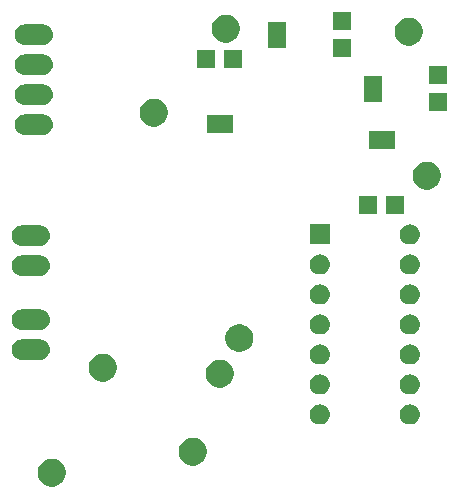
<source format=gbr>
G04 #@! TF.GenerationSoftware,KiCad,Pcbnew,(5.1.2)-2*
G04 #@! TF.CreationDate,2021-11-10T11:30:02-03:00*
G04 #@! TF.ProjectId,PC_V1.2,50435f56-312e-4322-9e6b-696361645f70,rev?*
G04 #@! TF.SameCoordinates,Original*
G04 #@! TF.FileFunction,Soldermask,Bot*
G04 #@! TF.FilePolarity,Negative*
%FSLAX46Y46*%
G04 Gerber Fmt 4.6, Leading zero omitted, Abs format (unit mm)*
G04 Created by KiCad (PCBNEW (5.1.2)-2) date 2021-11-10 11:30:02*
%MOMM*%
%LPD*%
G04 APERTURE LIST*
%ADD10C,0.100000*%
G04 APERTURE END LIST*
D10*
G36*
X133361613Y-124276888D02*
G01*
X133576562Y-124365923D01*
X133770005Y-124495177D01*
X133934523Y-124659695D01*
X134063777Y-124853138D01*
X134152812Y-125068087D01*
X134198200Y-125296270D01*
X134198200Y-125528930D01*
X134152812Y-125757113D01*
X134063777Y-125972062D01*
X133934523Y-126165505D01*
X133770005Y-126330023D01*
X133576562Y-126459277D01*
X133361613Y-126548312D01*
X133133430Y-126593700D01*
X132900770Y-126593700D01*
X132672587Y-126548312D01*
X132457638Y-126459277D01*
X132264195Y-126330023D01*
X132099677Y-126165505D01*
X131970423Y-125972062D01*
X131881388Y-125757113D01*
X131836000Y-125528930D01*
X131836000Y-125296270D01*
X131881388Y-125068087D01*
X131970423Y-124853138D01*
X132099677Y-124659695D01*
X132264195Y-124495177D01*
X132457638Y-124365923D01*
X132672587Y-124276888D01*
X132900770Y-124231500D01*
X133133430Y-124231500D01*
X133361613Y-124276888D01*
X133361613Y-124276888D01*
G37*
G36*
X145299613Y-122498888D02*
G01*
X145514562Y-122587923D01*
X145708005Y-122717177D01*
X145872523Y-122881695D01*
X146001777Y-123075138D01*
X146090812Y-123290087D01*
X146136200Y-123518270D01*
X146136200Y-123750930D01*
X146090812Y-123979113D01*
X146001777Y-124194062D01*
X145872523Y-124387505D01*
X145708005Y-124552023D01*
X145514562Y-124681277D01*
X145299613Y-124770312D01*
X145071430Y-124815700D01*
X144838770Y-124815700D01*
X144610587Y-124770312D01*
X144395638Y-124681277D01*
X144202195Y-124552023D01*
X144037677Y-124387505D01*
X143908423Y-124194062D01*
X143819388Y-123979113D01*
X143774000Y-123750930D01*
X143774000Y-123518270D01*
X143819388Y-123290087D01*
X143908423Y-123075138D01*
X144037677Y-122881695D01*
X144202195Y-122717177D01*
X144395638Y-122587923D01*
X144610587Y-122498888D01*
X144838770Y-122453500D01*
X145071430Y-122453500D01*
X145299613Y-122498888D01*
X145299613Y-122498888D01*
G37*
G36*
X155866823Y-119651313D02*
G01*
X156027242Y-119699976D01*
X156159906Y-119770886D01*
X156175078Y-119778996D01*
X156304659Y-119885341D01*
X156411004Y-120014922D01*
X156411005Y-120014924D01*
X156490024Y-120162758D01*
X156538687Y-120323177D01*
X156555117Y-120490000D01*
X156538687Y-120656823D01*
X156490024Y-120817242D01*
X156419114Y-120949906D01*
X156411004Y-120965078D01*
X156304659Y-121094659D01*
X156175078Y-121201004D01*
X156175076Y-121201005D01*
X156027242Y-121280024D01*
X155866823Y-121328687D01*
X155741804Y-121341000D01*
X155658196Y-121341000D01*
X155533177Y-121328687D01*
X155372758Y-121280024D01*
X155224924Y-121201005D01*
X155224922Y-121201004D01*
X155095341Y-121094659D01*
X154988996Y-120965078D01*
X154980886Y-120949906D01*
X154909976Y-120817242D01*
X154861313Y-120656823D01*
X154844883Y-120490000D01*
X154861313Y-120323177D01*
X154909976Y-120162758D01*
X154988995Y-120014924D01*
X154988996Y-120014922D01*
X155095341Y-119885341D01*
X155224922Y-119778996D01*
X155240094Y-119770886D01*
X155372758Y-119699976D01*
X155533177Y-119651313D01*
X155658196Y-119639000D01*
X155741804Y-119639000D01*
X155866823Y-119651313D01*
X155866823Y-119651313D01*
G37*
G36*
X163486823Y-119651313D02*
G01*
X163647242Y-119699976D01*
X163779906Y-119770886D01*
X163795078Y-119778996D01*
X163924659Y-119885341D01*
X164031004Y-120014922D01*
X164031005Y-120014924D01*
X164110024Y-120162758D01*
X164158687Y-120323177D01*
X164175117Y-120490000D01*
X164158687Y-120656823D01*
X164110024Y-120817242D01*
X164039114Y-120949906D01*
X164031004Y-120965078D01*
X163924659Y-121094659D01*
X163795078Y-121201004D01*
X163795076Y-121201005D01*
X163647242Y-121280024D01*
X163486823Y-121328687D01*
X163361804Y-121341000D01*
X163278196Y-121341000D01*
X163153177Y-121328687D01*
X162992758Y-121280024D01*
X162844924Y-121201005D01*
X162844922Y-121201004D01*
X162715341Y-121094659D01*
X162608996Y-120965078D01*
X162600886Y-120949906D01*
X162529976Y-120817242D01*
X162481313Y-120656823D01*
X162464883Y-120490000D01*
X162481313Y-120323177D01*
X162529976Y-120162758D01*
X162608995Y-120014924D01*
X162608996Y-120014922D01*
X162715341Y-119885341D01*
X162844922Y-119778996D01*
X162860094Y-119770886D01*
X162992758Y-119699976D01*
X163153177Y-119651313D01*
X163278196Y-119639000D01*
X163361804Y-119639000D01*
X163486823Y-119651313D01*
X163486823Y-119651313D01*
G37*
G36*
X163486823Y-117111313D02*
G01*
X163647242Y-117159976D01*
X163779906Y-117230886D01*
X163795078Y-117238996D01*
X163924659Y-117345341D01*
X164031004Y-117474922D01*
X164031005Y-117474924D01*
X164110024Y-117622758D01*
X164158687Y-117783177D01*
X164175117Y-117950000D01*
X164158687Y-118116823D01*
X164110024Y-118277242D01*
X164039114Y-118409906D01*
X164031004Y-118425078D01*
X163924659Y-118554659D01*
X163795078Y-118661004D01*
X163795076Y-118661005D01*
X163647242Y-118740024D01*
X163486823Y-118788687D01*
X163361804Y-118801000D01*
X163278196Y-118801000D01*
X163153177Y-118788687D01*
X162992758Y-118740024D01*
X162844924Y-118661005D01*
X162844922Y-118661004D01*
X162715341Y-118554659D01*
X162608996Y-118425078D01*
X162600886Y-118409906D01*
X162529976Y-118277242D01*
X162481313Y-118116823D01*
X162464883Y-117950000D01*
X162481313Y-117783177D01*
X162529976Y-117622758D01*
X162608995Y-117474924D01*
X162608996Y-117474922D01*
X162715341Y-117345341D01*
X162844922Y-117238996D01*
X162860094Y-117230886D01*
X162992758Y-117159976D01*
X163153177Y-117111313D01*
X163278196Y-117099000D01*
X163361804Y-117099000D01*
X163486823Y-117111313D01*
X163486823Y-117111313D01*
G37*
G36*
X155866823Y-117111313D02*
G01*
X156027242Y-117159976D01*
X156159906Y-117230886D01*
X156175078Y-117238996D01*
X156304659Y-117345341D01*
X156411004Y-117474922D01*
X156411005Y-117474924D01*
X156490024Y-117622758D01*
X156538687Y-117783177D01*
X156555117Y-117950000D01*
X156538687Y-118116823D01*
X156490024Y-118277242D01*
X156419114Y-118409906D01*
X156411004Y-118425078D01*
X156304659Y-118554659D01*
X156175078Y-118661004D01*
X156175076Y-118661005D01*
X156027242Y-118740024D01*
X155866823Y-118788687D01*
X155741804Y-118801000D01*
X155658196Y-118801000D01*
X155533177Y-118788687D01*
X155372758Y-118740024D01*
X155224924Y-118661005D01*
X155224922Y-118661004D01*
X155095341Y-118554659D01*
X154988996Y-118425078D01*
X154980886Y-118409906D01*
X154909976Y-118277242D01*
X154861313Y-118116823D01*
X154844883Y-117950000D01*
X154861313Y-117783177D01*
X154909976Y-117622758D01*
X154988995Y-117474924D01*
X154988996Y-117474922D01*
X155095341Y-117345341D01*
X155224922Y-117238996D01*
X155240094Y-117230886D01*
X155372758Y-117159976D01*
X155533177Y-117111313D01*
X155658196Y-117099000D01*
X155741804Y-117099000D01*
X155866823Y-117111313D01*
X155866823Y-117111313D01*
G37*
G36*
X147585613Y-115894888D02*
G01*
X147800562Y-115983923D01*
X147994005Y-116113177D01*
X148158523Y-116277695D01*
X148287777Y-116471138D01*
X148376812Y-116686087D01*
X148422200Y-116914270D01*
X148422200Y-117146930D01*
X148376812Y-117375113D01*
X148287777Y-117590062D01*
X148158523Y-117783505D01*
X147994005Y-117948023D01*
X147800562Y-118077277D01*
X147585613Y-118166312D01*
X147357430Y-118211700D01*
X147124770Y-118211700D01*
X146896587Y-118166312D01*
X146681638Y-118077277D01*
X146488195Y-117948023D01*
X146323677Y-117783505D01*
X146194423Y-117590062D01*
X146105388Y-117375113D01*
X146060000Y-117146930D01*
X146060000Y-116914270D01*
X146105388Y-116686087D01*
X146194423Y-116471138D01*
X146323677Y-116277695D01*
X146488195Y-116113177D01*
X146681638Y-115983923D01*
X146896587Y-115894888D01*
X147124770Y-115849500D01*
X147357430Y-115849500D01*
X147585613Y-115894888D01*
X147585613Y-115894888D01*
G37*
G36*
X137679613Y-115386888D02*
G01*
X137894562Y-115475923D01*
X138088005Y-115605177D01*
X138252523Y-115769695D01*
X138381777Y-115963138D01*
X138470812Y-116178087D01*
X138516200Y-116406270D01*
X138516200Y-116638930D01*
X138470812Y-116867113D01*
X138381777Y-117082062D01*
X138252523Y-117275505D01*
X138088005Y-117440023D01*
X137894562Y-117569277D01*
X137679613Y-117658312D01*
X137451430Y-117703700D01*
X137218770Y-117703700D01*
X136990587Y-117658312D01*
X136775638Y-117569277D01*
X136582195Y-117440023D01*
X136417677Y-117275505D01*
X136288423Y-117082062D01*
X136199388Y-116867113D01*
X136154000Y-116638930D01*
X136154000Y-116406270D01*
X136199388Y-116178087D01*
X136288423Y-115963138D01*
X136417677Y-115769695D01*
X136582195Y-115605177D01*
X136775638Y-115475923D01*
X136990587Y-115386888D01*
X137218770Y-115341500D01*
X137451430Y-115341500D01*
X137679613Y-115386888D01*
X137679613Y-115386888D01*
G37*
G36*
X163486823Y-114571313D02*
G01*
X163647242Y-114619976D01*
X163734312Y-114666516D01*
X163795078Y-114698996D01*
X163924659Y-114805341D01*
X164031004Y-114934922D01*
X164031005Y-114934924D01*
X164110024Y-115082758D01*
X164158687Y-115243177D01*
X164175117Y-115410000D01*
X164158687Y-115576823D01*
X164110024Y-115737242D01*
X164076307Y-115800322D01*
X164031004Y-115885078D01*
X163924659Y-116014659D01*
X163795078Y-116121004D01*
X163795076Y-116121005D01*
X163647242Y-116200024D01*
X163486823Y-116248687D01*
X163361804Y-116261000D01*
X163278196Y-116261000D01*
X163153177Y-116248687D01*
X162992758Y-116200024D01*
X162844924Y-116121005D01*
X162844922Y-116121004D01*
X162715341Y-116014659D01*
X162608996Y-115885078D01*
X162563693Y-115800322D01*
X162529976Y-115737242D01*
X162481313Y-115576823D01*
X162464883Y-115410000D01*
X162481313Y-115243177D01*
X162529976Y-115082758D01*
X162608995Y-114934924D01*
X162608996Y-114934922D01*
X162715341Y-114805341D01*
X162844922Y-114698996D01*
X162905688Y-114666516D01*
X162992758Y-114619976D01*
X163153177Y-114571313D01*
X163278196Y-114559000D01*
X163361804Y-114559000D01*
X163486823Y-114571313D01*
X163486823Y-114571313D01*
G37*
G36*
X155866823Y-114571313D02*
G01*
X156027242Y-114619976D01*
X156114312Y-114666516D01*
X156175078Y-114698996D01*
X156304659Y-114805341D01*
X156411004Y-114934922D01*
X156411005Y-114934924D01*
X156490024Y-115082758D01*
X156538687Y-115243177D01*
X156555117Y-115410000D01*
X156538687Y-115576823D01*
X156490024Y-115737242D01*
X156456307Y-115800322D01*
X156411004Y-115885078D01*
X156304659Y-116014659D01*
X156175078Y-116121004D01*
X156175076Y-116121005D01*
X156027242Y-116200024D01*
X155866823Y-116248687D01*
X155741804Y-116261000D01*
X155658196Y-116261000D01*
X155533177Y-116248687D01*
X155372758Y-116200024D01*
X155224924Y-116121005D01*
X155224922Y-116121004D01*
X155095341Y-116014659D01*
X154988996Y-115885078D01*
X154943693Y-115800322D01*
X154909976Y-115737242D01*
X154861313Y-115576823D01*
X154844883Y-115410000D01*
X154861313Y-115243177D01*
X154909976Y-115082758D01*
X154988995Y-114934924D01*
X154988996Y-114934922D01*
X155095341Y-114805341D01*
X155224922Y-114698996D01*
X155285688Y-114666516D01*
X155372758Y-114619976D01*
X155533177Y-114571313D01*
X155658196Y-114559000D01*
X155741804Y-114559000D01*
X155866823Y-114571313D01*
X155866823Y-114571313D01*
G37*
G36*
X132085812Y-114139165D02*
G01*
X132170395Y-114147496D01*
X132333184Y-114196878D01*
X132333187Y-114196879D01*
X132483207Y-114277066D01*
X132483208Y-114277067D01*
X132483212Y-114277069D01*
X132614712Y-114384988D01*
X132722631Y-114516488D01*
X132722633Y-114516492D01*
X132722634Y-114516493D01*
X132802821Y-114666513D01*
X132802822Y-114666516D01*
X132852204Y-114829305D01*
X132868878Y-114998600D01*
X132852204Y-115167895D01*
X132829367Y-115243177D01*
X132802821Y-115330687D01*
X132725191Y-115475923D01*
X132722631Y-115480712D01*
X132614712Y-115612212D01*
X132483212Y-115720131D01*
X132483208Y-115720133D01*
X132483207Y-115720134D01*
X132333187Y-115800321D01*
X132333184Y-115800322D01*
X132170395Y-115849704D01*
X132085812Y-115858035D01*
X132043521Y-115862200D01*
X130434679Y-115862200D01*
X130392388Y-115858035D01*
X130307805Y-115849704D01*
X130145016Y-115800322D01*
X130145013Y-115800321D01*
X129994993Y-115720134D01*
X129994992Y-115720133D01*
X129994988Y-115720131D01*
X129863488Y-115612212D01*
X129755569Y-115480712D01*
X129753009Y-115475923D01*
X129675379Y-115330687D01*
X129648833Y-115243177D01*
X129625996Y-115167895D01*
X129609322Y-114998600D01*
X129625996Y-114829305D01*
X129675378Y-114666516D01*
X129675379Y-114666513D01*
X129755566Y-114516493D01*
X129755567Y-114516492D01*
X129755569Y-114516488D01*
X129863488Y-114384988D01*
X129994988Y-114277069D01*
X129994992Y-114277067D01*
X129994993Y-114277066D01*
X130145013Y-114196879D01*
X130145016Y-114196878D01*
X130307805Y-114147496D01*
X130392388Y-114139165D01*
X130434679Y-114135000D01*
X132043521Y-114135000D01*
X132085812Y-114139165D01*
X132085812Y-114139165D01*
G37*
G36*
X149244513Y-112889288D02*
G01*
X149459462Y-112978323D01*
X149652905Y-113107577D01*
X149817423Y-113272095D01*
X149946677Y-113465538D01*
X150035712Y-113680487D01*
X150081100Y-113908670D01*
X150081100Y-114141330D01*
X150035712Y-114369513D01*
X149946677Y-114584462D01*
X149817423Y-114777905D01*
X149652905Y-114942423D01*
X149459462Y-115071677D01*
X149244513Y-115160712D01*
X149016330Y-115206100D01*
X148783670Y-115206100D01*
X148555487Y-115160712D01*
X148340538Y-115071677D01*
X148147095Y-114942423D01*
X147982577Y-114777905D01*
X147853323Y-114584462D01*
X147764288Y-114369513D01*
X147718900Y-114141330D01*
X147718900Y-113908670D01*
X147764288Y-113680487D01*
X147853323Y-113465538D01*
X147982577Y-113272095D01*
X148147095Y-113107577D01*
X148340538Y-112978323D01*
X148555487Y-112889288D01*
X148783670Y-112843900D01*
X149016330Y-112843900D01*
X149244513Y-112889288D01*
X149244513Y-112889288D01*
G37*
G36*
X163486823Y-112031313D02*
G01*
X163647242Y-112079976D01*
X163734312Y-112126516D01*
X163795078Y-112158996D01*
X163924659Y-112265341D01*
X164031004Y-112394922D01*
X164031005Y-112394924D01*
X164110024Y-112542758D01*
X164158687Y-112703177D01*
X164175117Y-112870000D01*
X164158687Y-113036823D01*
X164110024Y-113197242D01*
X164076307Y-113260322D01*
X164031004Y-113345078D01*
X163924659Y-113474659D01*
X163795078Y-113581004D01*
X163795076Y-113581005D01*
X163647242Y-113660024D01*
X163486823Y-113708687D01*
X163361804Y-113721000D01*
X163278196Y-113721000D01*
X163153177Y-113708687D01*
X162992758Y-113660024D01*
X162844924Y-113581005D01*
X162844922Y-113581004D01*
X162715341Y-113474659D01*
X162608996Y-113345078D01*
X162563693Y-113260322D01*
X162529976Y-113197242D01*
X162481313Y-113036823D01*
X162464883Y-112870000D01*
X162481313Y-112703177D01*
X162529976Y-112542758D01*
X162608995Y-112394924D01*
X162608996Y-112394922D01*
X162715341Y-112265341D01*
X162844922Y-112158996D01*
X162905688Y-112126516D01*
X162992758Y-112079976D01*
X163153177Y-112031313D01*
X163278196Y-112019000D01*
X163361804Y-112019000D01*
X163486823Y-112031313D01*
X163486823Y-112031313D01*
G37*
G36*
X155866823Y-112031313D02*
G01*
X156027242Y-112079976D01*
X156114312Y-112126516D01*
X156175078Y-112158996D01*
X156304659Y-112265341D01*
X156411004Y-112394922D01*
X156411005Y-112394924D01*
X156490024Y-112542758D01*
X156538687Y-112703177D01*
X156555117Y-112870000D01*
X156538687Y-113036823D01*
X156490024Y-113197242D01*
X156456307Y-113260322D01*
X156411004Y-113345078D01*
X156304659Y-113474659D01*
X156175078Y-113581004D01*
X156175076Y-113581005D01*
X156027242Y-113660024D01*
X155866823Y-113708687D01*
X155741804Y-113721000D01*
X155658196Y-113721000D01*
X155533177Y-113708687D01*
X155372758Y-113660024D01*
X155224924Y-113581005D01*
X155224922Y-113581004D01*
X155095341Y-113474659D01*
X154988996Y-113345078D01*
X154943693Y-113260322D01*
X154909976Y-113197242D01*
X154861313Y-113036823D01*
X154844883Y-112870000D01*
X154861313Y-112703177D01*
X154909976Y-112542758D01*
X154988995Y-112394924D01*
X154988996Y-112394922D01*
X155095341Y-112265341D01*
X155224922Y-112158996D01*
X155285688Y-112126516D01*
X155372758Y-112079976D01*
X155533177Y-112031313D01*
X155658196Y-112019000D01*
X155741804Y-112019000D01*
X155866823Y-112031313D01*
X155866823Y-112031313D01*
G37*
G36*
X132085812Y-111599165D02*
G01*
X132170395Y-111607496D01*
X132333184Y-111656878D01*
X132333187Y-111656879D01*
X132483207Y-111737066D01*
X132483208Y-111737067D01*
X132483212Y-111737069D01*
X132614712Y-111844988D01*
X132722631Y-111976488D01*
X132722633Y-111976492D01*
X132722634Y-111976493D01*
X132802821Y-112126513D01*
X132802822Y-112126516D01*
X132852204Y-112289305D01*
X132868878Y-112458600D01*
X132852204Y-112627895D01*
X132829367Y-112703177D01*
X132802821Y-112790687D01*
X132750117Y-112889289D01*
X132722631Y-112940712D01*
X132614712Y-113072212D01*
X132483212Y-113180131D01*
X132483208Y-113180133D01*
X132483207Y-113180134D01*
X132333187Y-113260321D01*
X132333184Y-113260322D01*
X132170395Y-113309704D01*
X132085812Y-113318035D01*
X132043521Y-113322200D01*
X130434679Y-113322200D01*
X130392388Y-113318035D01*
X130307805Y-113309704D01*
X130145016Y-113260322D01*
X130145013Y-113260321D01*
X129994993Y-113180134D01*
X129994992Y-113180133D01*
X129994988Y-113180131D01*
X129863488Y-113072212D01*
X129755569Y-112940712D01*
X129728083Y-112889289D01*
X129675379Y-112790687D01*
X129648833Y-112703177D01*
X129625996Y-112627895D01*
X129609322Y-112458600D01*
X129625996Y-112289305D01*
X129675378Y-112126516D01*
X129675379Y-112126513D01*
X129755566Y-111976493D01*
X129755567Y-111976492D01*
X129755569Y-111976488D01*
X129863488Y-111844988D01*
X129994988Y-111737069D01*
X129994992Y-111737067D01*
X129994993Y-111737066D01*
X130145013Y-111656879D01*
X130145016Y-111656878D01*
X130307805Y-111607496D01*
X130392388Y-111599165D01*
X130434679Y-111595000D01*
X132043521Y-111595000D01*
X132085812Y-111599165D01*
X132085812Y-111599165D01*
G37*
G36*
X155866823Y-109491313D02*
G01*
X156027242Y-109539976D01*
X156159906Y-109610886D01*
X156175078Y-109618996D01*
X156304659Y-109725341D01*
X156411004Y-109854922D01*
X156411005Y-109854924D01*
X156490024Y-110002758D01*
X156538687Y-110163177D01*
X156555117Y-110330000D01*
X156538687Y-110496823D01*
X156490024Y-110657242D01*
X156419114Y-110789906D01*
X156411004Y-110805078D01*
X156304659Y-110934659D01*
X156175078Y-111041004D01*
X156175076Y-111041005D01*
X156027242Y-111120024D01*
X155866823Y-111168687D01*
X155741804Y-111181000D01*
X155658196Y-111181000D01*
X155533177Y-111168687D01*
X155372758Y-111120024D01*
X155224924Y-111041005D01*
X155224922Y-111041004D01*
X155095341Y-110934659D01*
X154988996Y-110805078D01*
X154980886Y-110789906D01*
X154909976Y-110657242D01*
X154861313Y-110496823D01*
X154844883Y-110330000D01*
X154861313Y-110163177D01*
X154909976Y-110002758D01*
X154988995Y-109854924D01*
X154988996Y-109854922D01*
X155095341Y-109725341D01*
X155224922Y-109618996D01*
X155240094Y-109610886D01*
X155372758Y-109539976D01*
X155533177Y-109491313D01*
X155658196Y-109479000D01*
X155741804Y-109479000D01*
X155866823Y-109491313D01*
X155866823Y-109491313D01*
G37*
G36*
X163486823Y-109491313D02*
G01*
X163647242Y-109539976D01*
X163779906Y-109610886D01*
X163795078Y-109618996D01*
X163924659Y-109725341D01*
X164031004Y-109854922D01*
X164031005Y-109854924D01*
X164110024Y-110002758D01*
X164158687Y-110163177D01*
X164175117Y-110330000D01*
X164158687Y-110496823D01*
X164110024Y-110657242D01*
X164039114Y-110789906D01*
X164031004Y-110805078D01*
X163924659Y-110934659D01*
X163795078Y-111041004D01*
X163795076Y-111041005D01*
X163647242Y-111120024D01*
X163486823Y-111168687D01*
X163361804Y-111181000D01*
X163278196Y-111181000D01*
X163153177Y-111168687D01*
X162992758Y-111120024D01*
X162844924Y-111041005D01*
X162844922Y-111041004D01*
X162715341Y-110934659D01*
X162608996Y-110805078D01*
X162600886Y-110789906D01*
X162529976Y-110657242D01*
X162481313Y-110496823D01*
X162464883Y-110330000D01*
X162481313Y-110163177D01*
X162529976Y-110002758D01*
X162608995Y-109854924D01*
X162608996Y-109854922D01*
X162715341Y-109725341D01*
X162844922Y-109618996D01*
X162860094Y-109610886D01*
X162992758Y-109539976D01*
X163153177Y-109491313D01*
X163278196Y-109479000D01*
X163361804Y-109479000D01*
X163486823Y-109491313D01*
X163486823Y-109491313D01*
G37*
G36*
X132085812Y-107027165D02*
G01*
X132170395Y-107035496D01*
X132333184Y-107084878D01*
X132333187Y-107084879D01*
X132483207Y-107165066D01*
X132483208Y-107165067D01*
X132483212Y-107165069D01*
X132614712Y-107272988D01*
X132722631Y-107404488D01*
X132722633Y-107404492D01*
X132722634Y-107404493D01*
X132802821Y-107554513D01*
X132802822Y-107554516D01*
X132852204Y-107717305D01*
X132868878Y-107886600D01*
X132852204Y-108055895D01*
X132833595Y-108117239D01*
X132802821Y-108218687D01*
X132722634Y-108368707D01*
X132722631Y-108368712D01*
X132614712Y-108500212D01*
X132483212Y-108608131D01*
X132483208Y-108608133D01*
X132483207Y-108608134D01*
X132333187Y-108688321D01*
X132333184Y-108688322D01*
X132170395Y-108737704D01*
X132085812Y-108746035D01*
X132043521Y-108750200D01*
X130434679Y-108750200D01*
X130392388Y-108746035D01*
X130307805Y-108737704D01*
X130145016Y-108688322D01*
X130145013Y-108688321D01*
X129994993Y-108608134D01*
X129994992Y-108608133D01*
X129994988Y-108608131D01*
X129863488Y-108500212D01*
X129755569Y-108368712D01*
X129755566Y-108368707D01*
X129675379Y-108218687D01*
X129644605Y-108117239D01*
X129625996Y-108055895D01*
X129609322Y-107886600D01*
X129625996Y-107717305D01*
X129675378Y-107554516D01*
X129675379Y-107554513D01*
X129755566Y-107404493D01*
X129755567Y-107404492D01*
X129755569Y-107404488D01*
X129863488Y-107272988D01*
X129994988Y-107165069D01*
X129994992Y-107165067D01*
X129994993Y-107165066D01*
X130145013Y-107084879D01*
X130145016Y-107084878D01*
X130307805Y-107035496D01*
X130392388Y-107027165D01*
X130434679Y-107023000D01*
X132043521Y-107023000D01*
X132085812Y-107027165D01*
X132085812Y-107027165D01*
G37*
G36*
X163486823Y-106951313D02*
G01*
X163647242Y-106999976D01*
X163713695Y-107035496D01*
X163795078Y-107078996D01*
X163924659Y-107185341D01*
X164031004Y-107314922D01*
X164031005Y-107314924D01*
X164110024Y-107462758D01*
X164158687Y-107623177D01*
X164175117Y-107790000D01*
X164158687Y-107956823D01*
X164110024Y-108117242D01*
X164055802Y-108218684D01*
X164031004Y-108265078D01*
X163924659Y-108394659D01*
X163795078Y-108501004D01*
X163795076Y-108501005D01*
X163647242Y-108580024D01*
X163486823Y-108628687D01*
X163361804Y-108641000D01*
X163278196Y-108641000D01*
X163153177Y-108628687D01*
X162992758Y-108580024D01*
X162844924Y-108501005D01*
X162844922Y-108501004D01*
X162715341Y-108394659D01*
X162608996Y-108265078D01*
X162584198Y-108218684D01*
X162529976Y-108117242D01*
X162481313Y-107956823D01*
X162464883Y-107790000D01*
X162481313Y-107623177D01*
X162529976Y-107462758D01*
X162608995Y-107314924D01*
X162608996Y-107314922D01*
X162715341Y-107185341D01*
X162844922Y-107078996D01*
X162926305Y-107035496D01*
X162992758Y-106999976D01*
X163153177Y-106951313D01*
X163278196Y-106939000D01*
X163361804Y-106939000D01*
X163486823Y-106951313D01*
X163486823Y-106951313D01*
G37*
G36*
X155866823Y-106951313D02*
G01*
X156027242Y-106999976D01*
X156093695Y-107035496D01*
X156175078Y-107078996D01*
X156304659Y-107185341D01*
X156411004Y-107314922D01*
X156411005Y-107314924D01*
X156490024Y-107462758D01*
X156538687Y-107623177D01*
X156555117Y-107790000D01*
X156538687Y-107956823D01*
X156490024Y-108117242D01*
X156435802Y-108218684D01*
X156411004Y-108265078D01*
X156304659Y-108394659D01*
X156175078Y-108501004D01*
X156175076Y-108501005D01*
X156027242Y-108580024D01*
X155866823Y-108628687D01*
X155741804Y-108641000D01*
X155658196Y-108641000D01*
X155533177Y-108628687D01*
X155372758Y-108580024D01*
X155224924Y-108501005D01*
X155224922Y-108501004D01*
X155095341Y-108394659D01*
X154988996Y-108265078D01*
X154964198Y-108218684D01*
X154909976Y-108117242D01*
X154861313Y-107956823D01*
X154844883Y-107790000D01*
X154861313Y-107623177D01*
X154909976Y-107462758D01*
X154988995Y-107314924D01*
X154988996Y-107314922D01*
X155095341Y-107185341D01*
X155224922Y-107078996D01*
X155306305Y-107035496D01*
X155372758Y-106999976D01*
X155533177Y-106951313D01*
X155658196Y-106939000D01*
X155741804Y-106939000D01*
X155866823Y-106951313D01*
X155866823Y-106951313D01*
G37*
G36*
X132085812Y-104487165D02*
G01*
X132170395Y-104495496D01*
X132333184Y-104544878D01*
X132333187Y-104544879D01*
X132483207Y-104625066D01*
X132483208Y-104625067D01*
X132483212Y-104625069D01*
X132614712Y-104732988D01*
X132722631Y-104864488D01*
X132722633Y-104864492D01*
X132722634Y-104864493D01*
X132802821Y-105014513D01*
X132802822Y-105014516D01*
X132852204Y-105177305D01*
X132868878Y-105346600D01*
X132852204Y-105515895D01*
X132833595Y-105577239D01*
X132802821Y-105678687D01*
X132722634Y-105828707D01*
X132722631Y-105828712D01*
X132614712Y-105960212D01*
X132483212Y-106068131D01*
X132483208Y-106068133D01*
X132483207Y-106068134D01*
X132333187Y-106148321D01*
X132333184Y-106148322D01*
X132170395Y-106197704D01*
X132085812Y-106206035D01*
X132043521Y-106210200D01*
X130434679Y-106210200D01*
X130392388Y-106206035D01*
X130307805Y-106197704D01*
X130145016Y-106148322D01*
X130145013Y-106148321D01*
X129994993Y-106068134D01*
X129994992Y-106068133D01*
X129994988Y-106068131D01*
X129863488Y-105960212D01*
X129755569Y-105828712D01*
X129755566Y-105828707D01*
X129675379Y-105678687D01*
X129644605Y-105577239D01*
X129625996Y-105515895D01*
X129609322Y-105346600D01*
X129625996Y-105177305D01*
X129675378Y-105014516D01*
X129675379Y-105014513D01*
X129755566Y-104864493D01*
X129755567Y-104864492D01*
X129755569Y-104864488D01*
X129863488Y-104732988D01*
X129994988Y-104625069D01*
X129994992Y-104625067D01*
X129994993Y-104625066D01*
X130145013Y-104544879D01*
X130145016Y-104544878D01*
X130307805Y-104495496D01*
X130392388Y-104487165D01*
X130434679Y-104483000D01*
X132043521Y-104483000D01*
X132085812Y-104487165D01*
X132085812Y-104487165D01*
G37*
G36*
X163486823Y-104411313D02*
G01*
X163647242Y-104459976D01*
X163713695Y-104495496D01*
X163795078Y-104538996D01*
X163924659Y-104645341D01*
X164031004Y-104774922D01*
X164031005Y-104774924D01*
X164110024Y-104922758D01*
X164158687Y-105083177D01*
X164175117Y-105250000D01*
X164158687Y-105416823D01*
X164110024Y-105577242D01*
X164055802Y-105678684D01*
X164031004Y-105725078D01*
X163924659Y-105854659D01*
X163795078Y-105961004D01*
X163795076Y-105961005D01*
X163647242Y-106040024D01*
X163486823Y-106088687D01*
X163361804Y-106101000D01*
X163278196Y-106101000D01*
X163153177Y-106088687D01*
X162992758Y-106040024D01*
X162844924Y-105961005D01*
X162844922Y-105961004D01*
X162715341Y-105854659D01*
X162608996Y-105725078D01*
X162584198Y-105678684D01*
X162529976Y-105577242D01*
X162481313Y-105416823D01*
X162464883Y-105250000D01*
X162481313Y-105083177D01*
X162529976Y-104922758D01*
X162608995Y-104774924D01*
X162608996Y-104774922D01*
X162715341Y-104645341D01*
X162844922Y-104538996D01*
X162926305Y-104495496D01*
X162992758Y-104459976D01*
X163153177Y-104411313D01*
X163278196Y-104399000D01*
X163361804Y-104399000D01*
X163486823Y-104411313D01*
X163486823Y-104411313D01*
G37*
G36*
X156551000Y-106101000D02*
G01*
X154849000Y-106101000D01*
X154849000Y-104399000D01*
X156551000Y-104399000D01*
X156551000Y-106101000D01*
X156551000Y-106101000D01*
G37*
G36*
X160558700Y-103514200D02*
G01*
X159055500Y-103514200D01*
X159055500Y-102011000D01*
X160558700Y-102011000D01*
X160558700Y-103514200D01*
X160558700Y-103514200D01*
G37*
G36*
X162858700Y-103514200D02*
G01*
X161355500Y-103514200D01*
X161355500Y-102011000D01*
X162858700Y-102011000D01*
X162858700Y-103514200D01*
X162858700Y-103514200D01*
G37*
G36*
X165111613Y-99130888D02*
G01*
X165326562Y-99219923D01*
X165520005Y-99349177D01*
X165684523Y-99513695D01*
X165813777Y-99707138D01*
X165902812Y-99922087D01*
X165948200Y-100150270D01*
X165948200Y-100382930D01*
X165902812Y-100611113D01*
X165813777Y-100826062D01*
X165684523Y-101019505D01*
X165520005Y-101184023D01*
X165326562Y-101313277D01*
X165111613Y-101402312D01*
X164883430Y-101447700D01*
X164650770Y-101447700D01*
X164422587Y-101402312D01*
X164207638Y-101313277D01*
X164014195Y-101184023D01*
X163849677Y-101019505D01*
X163720423Y-100826062D01*
X163631388Y-100611113D01*
X163586000Y-100382930D01*
X163586000Y-100150270D01*
X163631388Y-99922087D01*
X163720423Y-99707138D01*
X163849677Y-99513695D01*
X164014195Y-99349177D01*
X164207638Y-99219923D01*
X164422587Y-99130888D01*
X164650770Y-99085500D01*
X164883430Y-99085500D01*
X165111613Y-99130888D01*
X165111613Y-99130888D01*
G37*
G36*
X162058700Y-98014200D02*
G01*
X159855500Y-98014200D01*
X159855500Y-96511000D01*
X162058700Y-96511000D01*
X162058700Y-98014200D01*
X162058700Y-98014200D01*
G37*
G36*
X132339812Y-95089165D02*
G01*
X132424395Y-95097496D01*
X132587184Y-95146878D01*
X132587187Y-95146879D01*
X132737207Y-95227066D01*
X132737208Y-95227067D01*
X132737212Y-95227069D01*
X132868712Y-95334988D01*
X132976631Y-95466488D01*
X132976633Y-95466492D01*
X132976634Y-95466493D01*
X133056821Y-95616513D01*
X133056822Y-95616516D01*
X133106204Y-95779305D01*
X133122878Y-95948600D01*
X133106204Y-96117895D01*
X133056822Y-96280684D01*
X133056821Y-96280687D01*
X132976634Y-96430707D01*
X132976631Y-96430712D01*
X132868712Y-96562212D01*
X132737212Y-96670131D01*
X132737208Y-96670133D01*
X132737207Y-96670134D01*
X132587187Y-96750321D01*
X132587184Y-96750322D01*
X132424395Y-96799704D01*
X132339812Y-96808035D01*
X132297521Y-96812200D01*
X130688679Y-96812200D01*
X130646388Y-96808035D01*
X130561805Y-96799704D01*
X130399016Y-96750322D01*
X130399013Y-96750321D01*
X130248993Y-96670134D01*
X130248992Y-96670133D01*
X130248988Y-96670131D01*
X130117488Y-96562212D01*
X130009569Y-96430712D01*
X130009566Y-96430707D01*
X129929379Y-96280687D01*
X129929378Y-96280684D01*
X129879996Y-96117895D01*
X129863322Y-95948600D01*
X129879996Y-95779305D01*
X129929378Y-95616516D01*
X129929379Y-95616513D01*
X130009566Y-95466493D01*
X130009567Y-95466492D01*
X130009569Y-95466488D01*
X130117488Y-95334988D01*
X130248988Y-95227069D01*
X130248992Y-95227067D01*
X130248993Y-95227066D01*
X130399013Y-95146879D01*
X130399016Y-95146878D01*
X130561805Y-95097496D01*
X130646388Y-95089165D01*
X130688679Y-95085000D01*
X132297521Y-95085000D01*
X132339812Y-95089165D01*
X132339812Y-95089165D01*
G37*
G36*
X148342700Y-96656200D02*
G01*
X146139500Y-96656200D01*
X146139500Y-95153000D01*
X148342700Y-95153000D01*
X148342700Y-96656200D01*
X148342700Y-96656200D01*
G37*
G36*
X141997613Y-93796888D02*
G01*
X142212562Y-93885923D01*
X142406005Y-94015177D01*
X142570523Y-94179695D01*
X142699777Y-94373138D01*
X142788812Y-94588087D01*
X142834200Y-94816270D01*
X142834200Y-95048930D01*
X142788812Y-95277113D01*
X142699777Y-95492062D01*
X142570523Y-95685505D01*
X142406005Y-95850023D01*
X142212562Y-95979277D01*
X141997613Y-96068312D01*
X141769430Y-96113700D01*
X141536770Y-96113700D01*
X141308587Y-96068312D01*
X141093638Y-95979277D01*
X140900195Y-95850023D01*
X140735677Y-95685505D01*
X140606423Y-95492062D01*
X140517388Y-95277113D01*
X140472000Y-95048930D01*
X140472000Y-94816270D01*
X140517388Y-94588087D01*
X140606423Y-94373138D01*
X140735677Y-94179695D01*
X140900195Y-94015177D01*
X141093638Y-93885923D01*
X141308587Y-93796888D01*
X141536770Y-93751500D01*
X141769430Y-93751500D01*
X141997613Y-93796888D01*
X141997613Y-93796888D01*
G37*
G36*
X166490700Y-94802200D02*
G01*
X164987500Y-94802200D01*
X164987500Y-93299000D01*
X166490700Y-93299000D01*
X166490700Y-94802200D01*
X166490700Y-94802200D01*
G37*
G36*
X132339812Y-92549165D02*
G01*
X132424395Y-92557496D01*
X132587184Y-92606878D01*
X132587187Y-92606879D01*
X132737207Y-92687066D01*
X132737208Y-92687067D01*
X132737212Y-92687069D01*
X132868712Y-92794988D01*
X132976631Y-92926488D01*
X132976633Y-92926492D01*
X132976634Y-92926493D01*
X133056821Y-93076513D01*
X133056822Y-93076516D01*
X133106204Y-93239305D01*
X133122878Y-93408600D01*
X133106204Y-93577895D01*
X133056822Y-93740684D01*
X133056821Y-93740687D01*
X132979191Y-93885923D01*
X132976631Y-93890712D01*
X132868712Y-94022212D01*
X132737212Y-94130131D01*
X132737208Y-94130133D01*
X132737207Y-94130134D01*
X132587187Y-94210321D01*
X132587184Y-94210322D01*
X132424395Y-94259704D01*
X132339812Y-94268035D01*
X132297521Y-94272200D01*
X130688679Y-94272200D01*
X130646388Y-94268035D01*
X130561805Y-94259704D01*
X130399016Y-94210322D01*
X130399013Y-94210321D01*
X130248993Y-94130134D01*
X130248992Y-94130133D01*
X130248988Y-94130131D01*
X130117488Y-94022212D01*
X130009569Y-93890712D01*
X130007009Y-93885923D01*
X129929379Y-93740687D01*
X129929378Y-93740684D01*
X129879996Y-93577895D01*
X129863322Y-93408600D01*
X129879996Y-93239305D01*
X129929378Y-93076516D01*
X129929379Y-93076513D01*
X130009566Y-92926493D01*
X130009567Y-92926492D01*
X130009569Y-92926488D01*
X130117488Y-92794988D01*
X130248988Y-92687069D01*
X130248992Y-92687067D01*
X130248993Y-92687066D01*
X130399013Y-92606879D01*
X130399016Y-92606878D01*
X130561805Y-92557496D01*
X130646388Y-92549165D01*
X130688679Y-92545000D01*
X132297521Y-92545000D01*
X132339812Y-92549165D01*
X132339812Y-92549165D01*
G37*
G36*
X160990700Y-94002200D02*
G01*
X159487500Y-94002200D01*
X159487500Y-91799000D01*
X160990700Y-91799000D01*
X160990700Y-94002200D01*
X160990700Y-94002200D01*
G37*
G36*
X166490700Y-92502200D02*
G01*
X164987500Y-92502200D01*
X164987500Y-90999000D01*
X166490700Y-90999000D01*
X166490700Y-92502200D01*
X166490700Y-92502200D01*
G37*
G36*
X132339812Y-90009165D02*
G01*
X132424395Y-90017496D01*
X132587184Y-90066878D01*
X132587187Y-90066879D01*
X132737207Y-90147066D01*
X132737208Y-90147067D01*
X132737212Y-90147069D01*
X132868712Y-90254988D01*
X132976631Y-90386488D01*
X132976633Y-90386492D01*
X132976634Y-90386493D01*
X133056821Y-90536513D01*
X133056822Y-90536516D01*
X133106204Y-90699305D01*
X133122878Y-90868600D01*
X133106204Y-91037895D01*
X133070316Y-91156200D01*
X133056821Y-91200687D01*
X132976634Y-91350707D01*
X132976631Y-91350712D01*
X132868712Y-91482212D01*
X132737212Y-91590131D01*
X132737208Y-91590133D01*
X132737207Y-91590134D01*
X132587187Y-91670321D01*
X132587184Y-91670322D01*
X132424395Y-91719704D01*
X132339812Y-91728035D01*
X132297521Y-91732200D01*
X130688679Y-91732200D01*
X130646388Y-91728035D01*
X130561805Y-91719704D01*
X130399016Y-91670322D01*
X130399013Y-91670321D01*
X130248993Y-91590134D01*
X130248992Y-91590133D01*
X130248988Y-91590131D01*
X130117488Y-91482212D01*
X130009569Y-91350712D01*
X130009566Y-91350707D01*
X129929379Y-91200687D01*
X129915884Y-91156200D01*
X129879996Y-91037895D01*
X129863322Y-90868600D01*
X129879996Y-90699305D01*
X129929378Y-90536516D01*
X129929379Y-90536513D01*
X130009566Y-90386493D01*
X130009567Y-90386492D01*
X130009569Y-90386488D01*
X130117488Y-90254988D01*
X130248988Y-90147069D01*
X130248992Y-90147067D01*
X130248993Y-90147066D01*
X130399013Y-90066879D01*
X130399016Y-90066878D01*
X130561805Y-90017496D01*
X130646388Y-90009165D01*
X130688679Y-90005000D01*
X132297521Y-90005000D01*
X132339812Y-90009165D01*
X132339812Y-90009165D01*
G37*
G36*
X149142700Y-91156200D02*
G01*
X147639500Y-91156200D01*
X147639500Y-89653000D01*
X149142700Y-89653000D01*
X149142700Y-91156200D01*
X149142700Y-91156200D01*
G37*
G36*
X146842700Y-91156200D02*
G01*
X145339500Y-91156200D01*
X145339500Y-89653000D01*
X146842700Y-89653000D01*
X146842700Y-91156200D01*
X146842700Y-91156200D01*
G37*
G36*
X158362700Y-90230200D02*
G01*
X156859500Y-90230200D01*
X156859500Y-88727000D01*
X158362700Y-88727000D01*
X158362700Y-90230200D01*
X158362700Y-90230200D01*
G37*
G36*
X152862700Y-89430200D02*
G01*
X151359500Y-89430200D01*
X151359500Y-87227000D01*
X152862700Y-87227000D01*
X152862700Y-89430200D01*
X152862700Y-89430200D01*
G37*
G36*
X163587613Y-86938888D02*
G01*
X163802562Y-87027923D01*
X163996005Y-87157177D01*
X164160523Y-87321695D01*
X164289777Y-87515138D01*
X164378812Y-87730087D01*
X164424200Y-87958270D01*
X164424200Y-88190930D01*
X164378812Y-88419113D01*
X164289777Y-88634062D01*
X164160523Y-88827505D01*
X163996005Y-88992023D01*
X163802562Y-89121277D01*
X163587613Y-89210312D01*
X163359430Y-89255700D01*
X163126770Y-89255700D01*
X162898587Y-89210312D01*
X162683638Y-89121277D01*
X162490195Y-88992023D01*
X162325677Y-88827505D01*
X162196423Y-88634062D01*
X162107388Y-88419113D01*
X162062000Y-88190930D01*
X162062000Y-87958270D01*
X162107388Y-87730087D01*
X162196423Y-87515138D01*
X162325677Y-87321695D01*
X162490195Y-87157177D01*
X162683638Y-87027923D01*
X162898587Y-86938888D01*
X163126770Y-86893500D01*
X163359430Y-86893500D01*
X163587613Y-86938888D01*
X163587613Y-86938888D01*
G37*
G36*
X132339812Y-87469165D02*
G01*
X132424395Y-87477496D01*
X132587184Y-87526878D01*
X132587187Y-87526879D01*
X132737207Y-87607066D01*
X132737208Y-87607067D01*
X132737212Y-87607069D01*
X132868712Y-87714988D01*
X132976631Y-87846488D01*
X132976633Y-87846492D01*
X132976634Y-87846493D01*
X133056821Y-87996513D01*
X133056822Y-87996516D01*
X133106204Y-88159305D01*
X133122878Y-88328600D01*
X133106204Y-88497895D01*
X133083267Y-88573507D01*
X133056821Y-88660687D01*
X133015484Y-88738023D01*
X132976631Y-88810712D01*
X132868712Y-88942212D01*
X132737212Y-89050131D01*
X132737208Y-89050133D01*
X132737207Y-89050134D01*
X132587187Y-89130321D01*
X132587184Y-89130322D01*
X132424395Y-89179704D01*
X132339812Y-89188035D01*
X132297521Y-89192200D01*
X130688679Y-89192200D01*
X130646388Y-89188035D01*
X130561805Y-89179704D01*
X130399016Y-89130322D01*
X130399013Y-89130321D01*
X130248993Y-89050134D01*
X130248992Y-89050133D01*
X130248988Y-89050131D01*
X130117488Y-88942212D01*
X130009569Y-88810712D01*
X129970716Y-88738023D01*
X129929379Y-88660687D01*
X129902933Y-88573507D01*
X129879996Y-88497895D01*
X129863322Y-88328600D01*
X129879996Y-88159305D01*
X129929378Y-87996516D01*
X129929379Y-87996513D01*
X130009566Y-87846493D01*
X130009567Y-87846492D01*
X130009569Y-87846488D01*
X130117488Y-87714988D01*
X130248988Y-87607069D01*
X130248992Y-87607067D01*
X130248993Y-87607066D01*
X130399013Y-87526879D01*
X130399016Y-87526878D01*
X130561805Y-87477496D01*
X130646388Y-87469165D01*
X130688679Y-87465000D01*
X132297521Y-87465000D01*
X132339812Y-87469165D01*
X132339812Y-87469165D01*
G37*
G36*
X148093613Y-86684888D02*
G01*
X148308562Y-86773923D01*
X148502005Y-86903177D01*
X148666523Y-87067695D01*
X148795777Y-87261138D01*
X148884812Y-87476087D01*
X148930200Y-87704270D01*
X148930200Y-87936930D01*
X148884812Y-88165113D01*
X148795777Y-88380062D01*
X148666523Y-88573505D01*
X148502005Y-88738023D01*
X148308562Y-88867277D01*
X148093613Y-88956312D01*
X147865430Y-89001700D01*
X147632770Y-89001700D01*
X147404587Y-88956312D01*
X147189638Y-88867277D01*
X146996195Y-88738023D01*
X146831677Y-88573505D01*
X146702423Y-88380062D01*
X146613388Y-88165113D01*
X146568000Y-87936930D01*
X146568000Y-87704270D01*
X146613388Y-87476087D01*
X146702423Y-87261138D01*
X146831677Y-87067695D01*
X146996195Y-86903177D01*
X147189638Y-86773923D01*
X147404587Y-86684888D01*
X147632770Y-86639500D01*
X147865430Y-86639500D01*
X148093613Y-86684888D01*
X148093613Y-86684888D01*
G37*
G36*
X158362700Y-87930200D02*
G01*
X156859500Y-87930200D01*
X156859500Y-86427000D01*
X158362700Y-86427000D01*
X158362700Y-87930200D01*
X158362700Y-87930200D01*
G37*
M02*

</source>
